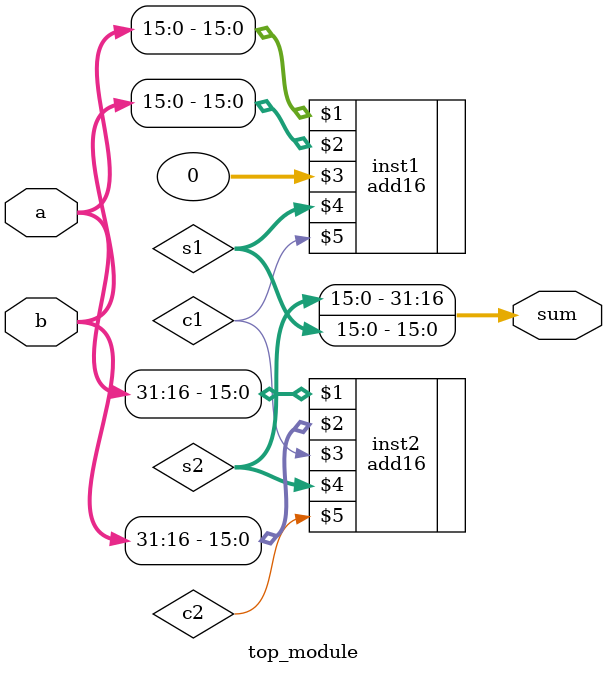
<source format=v>
module top_module(
    input [31:0] a,
    input [31:0] b,
    output [31:0] sum
);
    wire[15:0] s1;
    wire c1;
    add16 inst1(a[15:0],b[15:0],0,s1,c1);
    wire[15:0] s2;
    wire c2;
    add16 inst2(a[31:16],b[31:16],c1,s2,c2);
    assign sum={s2,s1};

endmodule
</source>
